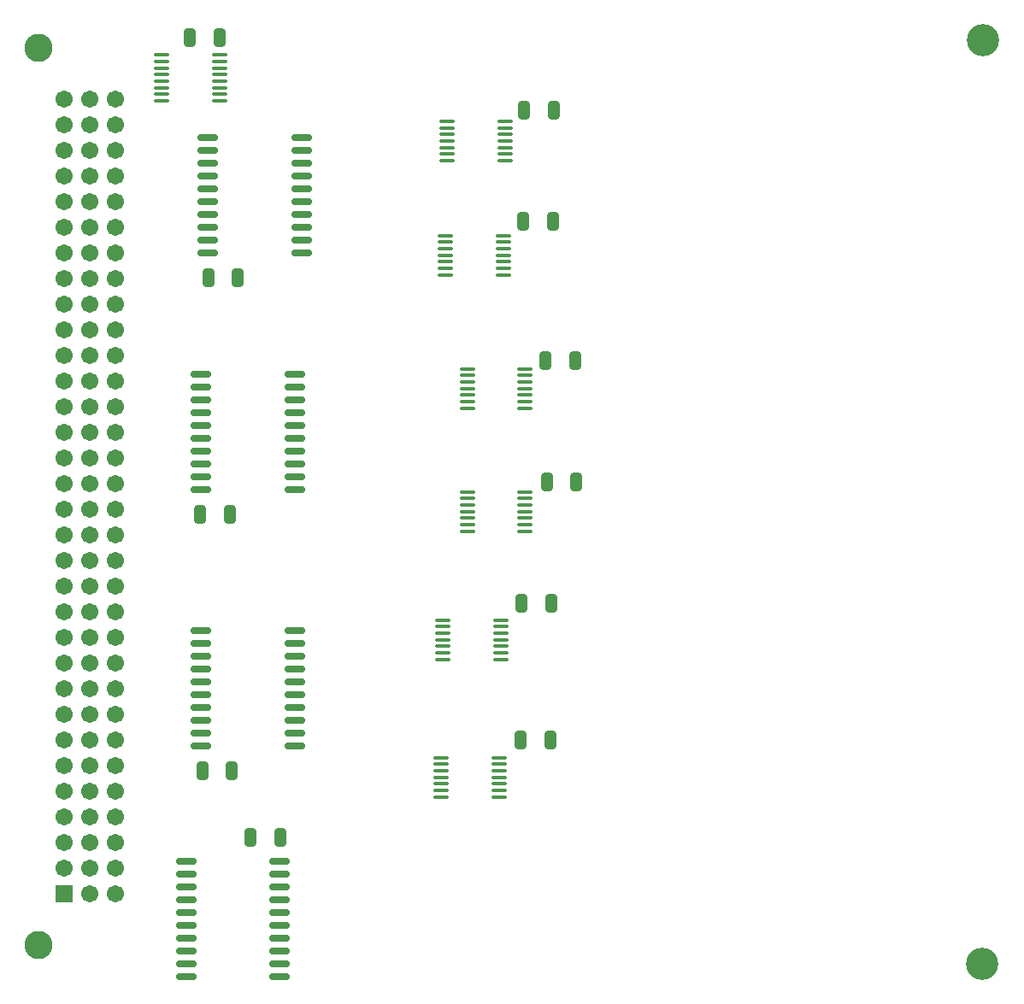
<source format=gbr>
%TF.GenerationSoftware,KiCad,Pcbnew,8.0.5-8.0.5-0~ubuntu24.04.1*%
%TF.CreationDate,2024-09-12T21:52:08+03:00*%
%TF.ProjectId,alu,616c752e-6b69-4636-9164-5f7063625858,rev?*%
%TF.SameCoordinates,Original*%
%TF.FileFunction,Soldermask,Top*%
%TF.FilePolarity,Negative*%
%FSLAX46Y46*%
G04 Gerber Fmt 4.6, Leading zero omitted, Abs format (unit mm)*
G04 Created by KiCad (PCBNEW 8.0.5-8.0.5-0~ubuntu24.04.1) date 2024-09-12 21:52:08*
%MOMM*%
%LPD*%
G01*
G04 APERTURE LIST*
G04 Aperture macros list*
%AMRoundRect*
0 Rectangle with rounded corners*
0 $1 Rounding radius*
0 $2 $3 $4 $5 $6 $7 $8 $9 X,Y pos of 4 corners*
0 Add a 4 corners polygon primitive as box body*
4,1,4,$2,$3,$4,$5,$6,$7,$8,$9,$2,$3,0*
0 Add four circle primitives for the rounded corners*
1,1,$1+$1,$2,$3*
1,1,$1+$1,$4,$5*
1,1,$1+$1,$6,$7*
1,1,$1+$1,$8,$9*
0 Add four rect primitives between the rounded corners*
20,1,$1+$1,$2,$3,$4,$5,0*
20,1,$1+$1,$4,$5,$6,$7,0*
20,1,$1+$1,$6,$7,$8,$9,0*
20,1,$1+$1,$8,$9,$2,$3,0*%
G04 Aperture macros list end*
%ADD10RoundRect,0.100000X-0.637500X-0.100000X0.637500X-0.100000X0.637500X0.100000X-0.637500X0.100000X0*%
%ADD11RoundRect,0.250000X-0.325000X-0.650000X0.325000X-0.650000X0.325000X0.650000X-0.325000X0.650000X0*%
%ADD12C,2.790000*%
%ADD13RoundRect,0.102000X-0.754000X0.754000X-0.754000X-0.754000X0.754000X-0.754000X0.754000X0.754000X0*%
%ADD14C,1.712000*%
%ADD15C,3.200000*%
%ADD16RoundRect,0.150000X0.875000X0.150000X-0.875000X0.150000X-0.875000X-0.150000X0.875000X-0.150000X0*%
%ADD17RoundRect,0.150000X-0.875000X-0.150000X0.875000X-0.150000X0.875000X0.150000X-0.875000X0.150000X0*%
%ADD18RoundRect,0.250000X0.325000X0.650000X-0.325000X0.650000X-0.325000X-0.650000X0.325000X-0.650000X0*%
G04 APERTURE END LIST*
D10*
%TO.C,U21*%
X82413000Y-39071000D03*
X82413000Y-39721000D03*
X82413000Y-40371000D03*
X82413000Y-41021000D03*
X82413000Y-41671000D03*
X82413000Y-42321000D03*
X82413000Y-42971000D03*
X88138000Y-42971000D03*
X88138000Y-42321000D03*
X88138000Y-41671000D03*
X88138000Y-41021000D03*
X88138000Y-40371000D03*
X88138000Y-39721000D03*
X88138000Y-39071000D03*
%TD*%
D11*
%TO.C,C28*%
X57925000Y-78000000D03*
X60875000Y-78000000D03*
%TD*%
%TO.C,C27*%
X58725000Y-54600000D03*
X61675000Y-54600000D03*
%TD*%
D12*
%TO.C,J1*%
X41910000Y-31750000D03*
X41910000Y-120650000D03*
D13*
X44450000Y-115570000D03*
D14*
X44450000Y-113030000D03*
X44450000Y-110490000D03*
X44450000Y-107950000D03*
X44450000Y-105410000D03*
X44450000Y-102870000D03*
X44450000Y-100330000D03*
X44450000Y-97790000D03*
X44450000Y-95250000D03*
X44450000Y-92710000D03*
X44450000Y-90170000D03*
X44450000Y-87630000D03*
X44450000Y-85090000D03*
X44450000Y-82550000D03*
X44450000Y-80010000D03*
X44450000Y-77470000D03*
X44450000Y-74930000D03*
X44450000Y-72390000D03*
X44450000Y-69850000D03*
X44450000Y-67310000D03*
X44450000Y-64770000D03*
X44450000Y-62230000D03*
X44450000Y-59690000D03*
X44450000Y-57150000D03*
X44450000Y-54610000D03*
X44450000Y-52070000D03*
X44450000Y-49530000D03*
X44450000Y-46990000D03*
X44450000Y-44450000D03*
X44450000Y-41910000D03*
X44450000Y-39370000D03*
X44450000Y-36830000D03*
X46990000Y-115570000D03*
X46990000Y-113030000D03*
X46990000Y-110490000D03*
X46990000Y-107950000D03*
X46990000Y-105410000D03*
X46990000Y-102870000D03*
X46990000Y-100330000D03*
X46990000Y-97790000D03*
X46990000Y-95250000D03*
X46990000Y-92710000D03*
X46990000Y-90170000D03*
X46990000Y-87630000D03*
X46990000Y-85090000D03*
X46990000Y-82550000D03*
X46990000Y-80010000D03*
X46990000Y-77470000D03*
X46990000Y-74930000D03*
X46990000Y-72390000D03*
X46990000Y-69850000D03*
X46990000Y-67310000D03*
X46990000Y-64770000D03*
X46990000Y-62230000D03*
X46990000Y-59690000D03*
X46990000Y-57150000D03*
X46990000Y-54610000D03*
X46990000Y-52070000D03*
X46990000Y-49530000D03*
X46990000Y-46990000D03*
X46990000Y-44450000D03*
X46990000Y-41910000D03*
X46990000Y-39370000D03*
X46990000Y-36830000D03*
X49530000Y-115570000D03*
X49530000Y-113030000D03*
X49530000Y-110490000D03*
X49530000Y-107950000D03*
X49530000Y-105410000D03*
X49530000Y-102870000D03*
X49530000Y-100330000D03*
X49530000Y-97790000D03*
X49530000Y-95250000D03*
X49530000Y-92710000D03*
X49530000Y-90170000D03*
X49530000Y-87630000D03*
X49530000Y-85090000D03*
X49530000Y-82550000D03*
X49530000Y-80010000D03*
X49530000Y-77470000D03*
X49530000Y-74930000D03*
X49530000Y-72390000D03*
X49530000Y-69850000D03*
X49530000Y-67310000D03*
X49530000Y-64770000D03*
X49530000Y-62230000D03*
X49530000Y-59690000D03*
X49530000Y-57150000D03*
X49530000Y-54610000D03*
X49530000Y-52070000D03*
X49530000Y-49530000D03*
X49530000Y-46990000D03*
X49530000Y-44450000D03*
X49530000Y-41910000D03*
X49530000Y-39370000D03*
X49530000Y-36830000D03*
%TD*%
D11*
%TO.C,C25*%
X92250000Y-74800000D03*
X95200000Y-74800000D03*
%TD*%
D15*
%TO.C,REF\u002A\u002A*%
X135500000Y-30988000D03*
%TD*%
D10*
%TO.C,U17*%
X84386500Y-75774000D03*
X84386500Y-76424000D03*
X84386500Y-77074000D03*
X84386500Y-77724000D03*
X84386500Y-78374000D03*
X84386500Y-79024000D03*
X84386500Y-79674000D03*
X90111500Y-79674000D03*
X90111500Y-79024000D03*
X90111500Y-78374000D03*
X90111500Y-77724000D03*
X90111500Y-77074000D03*
X90111500Y-76424000D03*
X90111500Y-75774000D03*
%TD*%
%TO.C,U14*%
X81778000Y-102108000D03*
X81778000Y-102758000D03*
X81778000Y-103408000D03*
X81778000Y-104058000D03*
X81778000Y-104708000D03*
X81778000Y-105358000D03*
X81778000Y-106008000D03*
X87503000Y-106008000D03*
X87503000Y-105358000D03*
X87503000Y-104708000D03*
X87503000Y-104058000D03*
X87503000Y-103408000D03*
X87503000Y-102758000D03*
X87503000Y-102108000D03*
%TD*%
D16*
%TO.C,U19*%
X67310000Y-75565000D03*
X67310000Y-74295000D03*
X67310000Y-73025000D03*
X67310000Y-71755000D03*
X67310000Y-70485000D03*
X67310000Y-69215000D03*
X67310000Y-67945000D03*
X67310000Y-66675000D03*
X67310000Y-65405000D03*
X67310000Y-64135000D03*
X58010000Y-64135000D03*
X58010000Y-65405000D03*
X58010000Y-66675000D03*
X58010000Y-67945000D03*
X58010000Y-69215000D03*
X58010000Y-70485000D03*
X58010000Y-71755000D03*
X58010000Y-73025000D03*
X58010000Y-74295000D03*
X58010000Y-75565000D03*
%TD*%
%TO.C,U16*%
X67310000Y-100965000D03*
X67310000Y-99695000D03*
X67310000Y-98425000D03*
X67310000Y-97155000D03*
X67310000Y-95885000D03*
X67310000Y-94615000D03*
X67310000Y-93345000D03*
X67310000Y-92075000D03*
X67310000Y-90805000D03*
X67310000Y-89535000D03*
X58010000Y-89535000D03*
X58010000Y-90805000D03*
X58010000Y-92075000D03*
X58010000Y-93345000D03*
X58010000Y-94615000D03*
X58010000Y-95885000D03*
X58010000Y-97155000D03*
X58010000Y-98425000D03*
X58010000Y-99695000D03*
X58010000Y-100965000D03*
%TD*%
%TO.C,U22*%
X67945000Y-52070000D03*
X67945000Y-50800000D03*
X67945000Y-49530000D03*
X67945000Y-48260000D03*
X67945000Y-46990000D03*
X67945000Y-45720000D03*
X67945000Y-44450000D03*
X67945000Y-43180000D03*
X67945000Y-41910000D03*
X67945000Y-40640000D03*
X58645000Y-40640000D03*
X58645000Y-41910000D03*
X58645000Y-43180000D03*
X58645000Y-44450000D03*
X58645000Y-45720000D03*
X58645000Y-46990000D03*
X58645000Y-48260000D03*
X58645000Y-49530000D03*
X58645000Y-50800000D03*
X58645000Y-52070000D03*
%TD*%
D10*
%TO.C,U15*%
X81973500Y-88474000D03*
X81973500Y-89124000D03*
X81973500Y-89774000D03*
X81973500Y-90424000D03*
X81973500Y-91074000D03*
X81973500Y-91724000D03*
X81973500Y-92374000D03*
X87698500Y-92374000D03*
X87698500Y-91724000D03*
X87698500Y-91074000D03*
X87698500Y-90424000D03*
X87698500Y-89774000D03*
X87698500Y-89124000D03*
X87698500Y-88474000D03*
%TD*%
%TO.C,U18*%
X84386500Y-63582000D03*
X84386500Y-64232000D03*
X84386500Y-64882000D03*
X84386500Y-65532000D03*
X84386500Y-66182000D03*
X84386500Y-66832000D03*
X84386500Y-67482000D03*
X90111500Y-67482000D03*
X90111500Y-66832000D03*
X90111500Y-66182000D03*
X90111500Y-65532000D03*
X90111500Y-64882000D03*
X90111500Y-64232000D03*
X90111500Y-63582000D03*
%TD*%
D11*
%TO.C,C14*%
X89925000Y-49000000D03*
X92875000Y-49000000D03*
%TD*%
%TO.C,C26*%
X89650000Y-100400000D03*
X92600000Y-100400000D03*
%TD*%
D10*
%TO.C,U29*%
X54092000Y-32497000D03*
X54092000Y-33147000D03*
X54092000Y-33797000D03*
X54092000Y-34447000D03*
X54092000Y-35097000D03*
X54092000Y-35747000D03*
X54092000Y-36397000D03*
X54092000Y-37047000D03*
X59817000Y-37047000D03*
X59817000Y-36397000D03*
X59817000Y-35747000D03*
X59817000Y-35097000D03*
X59817000Y-34447000D03*
X59817000Y-33797000D03*
X59817000Y-33147000D03*
X59817000Y-32497000D03*
%TD*%
D17*
%TO.C,U13*%
X56515000Y-112395000D03*
X56515000Y-113665000D03*
X56515000Y-114935000D03*
X56515000Y-116205000D03*
X56515000Y-117475000D03*
X56515000Y-118745000D03*
X56515000Y-120015000D03*
X56515000Y-121285000D03*
X56515000Y-122555000D03*
X56515000Y-123825000D03*
X65815000Y-123825000D03*
X65815000Y-122555000D03*
X65815000Y-121285000D03*
X65815000Y-120015000D03*
X65815000Y-118745000D03*
X65815000Y-117475000D03*
X65815000Y-116205000D03*
X65815000Y-114935000D03*
X65815000Y-113665000D03*
X65815000Y-112395000D03*
%TD*%
D15*
%TO.C,REF\u002A\u002A*%
X135373000Y-122555000D03*
%TD*%
D18*
%TO.C,C23*%
X65875000Y-110000000D03*
X62925000Y-110000000D03*
%TD*%
D11*
%TO.C,C13*%
X90000000Y-38000000D03*
X92950000Y-38000000D03*
%TD*%
%TO.C,C30*%
X89725000Y-86800000D03*
X92675000Y-86800000D03*
%TD*%
%TO.C,C24*%
X92125000Y-62800000D03*
X95075000Y-62800000D03*
%TD*%
D10*
%TO.C,U20*%
X82227500Y-50374000D03*
X82227500Y-51024000D03*
X82227500Y-51674000D03*
X82227500Y-52324000D03*
X82227500Y-52974000D03*
X82227500Y-53624000D03*
X82227500Y-54274000D03*
X87952500Y-54274000D03*
X87952500Y-53624000D03*
X87952500Y-52974000D03*
X87952500Y-52324000D03*
X87952500Y-51674000D03*
X87952500Y-51024000D03*
X87952500Y-50374000D03*
%TD*%
D18*
%TO.C,C15*%
X59875000Y-30800000D03*
X56925000Y-30800000D03*
%TD*%
D11*
%TO.C,C29*%
X58125000Y-103400000D03*
X61075000Y-103400000D03*
%TD*%
M02*

</source>
